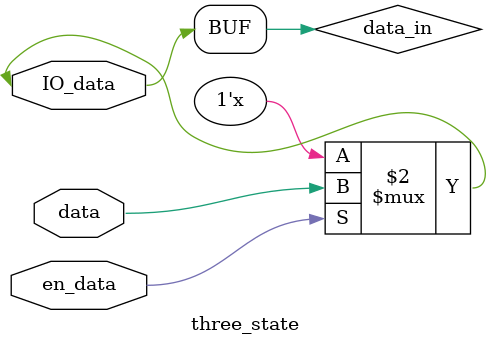
<source format=v>
module three_state
(
    input   wire    data         ,
    input   wire    en_data      ,
    inout           IO_data      
);

wire       data_in  ;

assign IO_data = (en_data==1'b1) ? data : 1'bz ;
assign data_in = IO_data ;



endmodule
</source>
